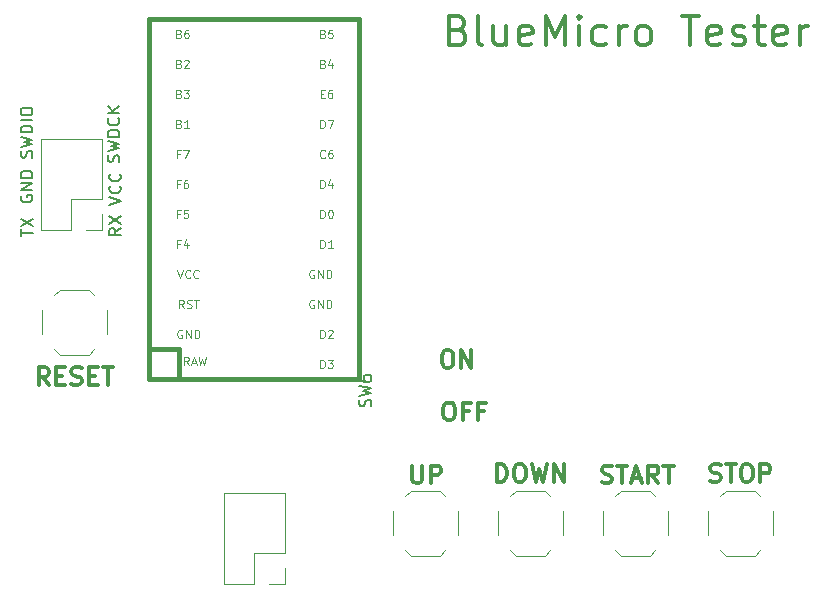
<source format=gbr>
G04 #@! TF.GenerationSoftware,KiCad,Pcbnew,(5.0.0)*
G04 #@! TF.CreationDate,2018-10-12T13:30:29-06:00*
G04 #@! TF.ProjectId,EByte_E73_tester,45427974655F4537335F746573746572,rev?*
G04 #@! TF.SameCoordinates,Original*
G04 #@! TF.FileFunction,Legend,Top*
G04 #@! TF.FilePolarity,Positive*
%FSLAX46Y46*%
G04 Gerber Fmt 4.6, Leading zero omitted, Abs format (unit mm)*
G04 Created by KiCad (PCBNEW (5.0.0)) date 10/12/18 13:30:29*
%MOMM*%
%LPD*%
G01*
G04 APERTURE LIST*
%ADD10C,0.300000*%
%ADD11C,0.150000*%
%ADD12C,0.381000*%
%ADD13C,0.120000*%
%ADD14C,0.100000*%
G04 APERTURE END LIST*
D10*
X98766428Y-111573571D02*
X99052142Y-111573571D01*
X99195000Y-111645000D01*
X99337857Y-111787857D01*
X99409285Y-112073571D01*
X99409285Y-112573571D01*
X99337857Y-112859285D01*
X99195000Y-113002142D01*
X99052142Y-113073571D01*
X98766428Y-113073571D01*
X98623571Y-113002142D01*
X98480714Y-112859285D01*
X98409285Y-112573571D01*
X98409285Y-112073571D01*
X98480714Y-111787857D01*
X98623571Y-111645000D01*
X98766428Y-111573571D01*
X100052142Y-113073571D02*
X100052142Y-111573571D01*
X100909285Y-113073571D01*
X100909285Y-111573571D01*
X98901428Y-116018571D02*
X99187142Y-116018571D01*
X99330000Y-116090000D01*
X99472857Y-116232857D01*
X99544285Y-116518571D01*
X99544285Y-117018571D01*
X99472857Y-117304285D01*
X99330000Y-117447142D01*
X99187142Y-117518571D01*
X98901428Y-117518571D01*
X98758571Y-117447142D01*
X98615714Y-117304285D01*
X98544285Y-117018571D01*
X98544285Y-116518571D01*
X98615714Y-116232857D01*
X98758571Y-116090000D01*
X98901428Y-116018571D01*
X100687142Y-116732857D02*
X100187142Y-116732857D01*
X100187142Y-117518571D02*
X100187142Y-116018571D01*
X100901428Y-116018571D01*
X101972857Y-116732857D02*
X101472857Y-116732857D01*
X101472857Y-117518571D02*
X101472857Y-116018571D01*
X102187142Y-116018571D01*
X99819809Y-84466928D02*
X100176952Y-84585976D01*
X100296000Y-84705023D01*
X100415047Y-84943119D01*
X100415047Y-85300261D01*
X100296000Y-85538357D01*
X100176952Y-85657404D01*
X99938857Y-85776452D01*
X98986476Y-85776452D01*
X98986476Y-83276452D01*
X99819809Y-83276452D01*
X100057904Y-83395500D01*
X100176952Y-83514547D01*
X100296000Y-83752642D01*
X100296000Y-83990738D01*
X100176952Y-84228833D01*
X100057904Y-84347880D01*
X99819809Y-84466928D01*
X98986476Y-84466928D01*
X101843619Y-85776452D02*
X101605523Y-85657404D01*
X101486476Y-85419309D01*
X101486476Y-83276452D01*
X103867428Y-84109785D02*
X103867428Y-85776452D01*
X102796000Y-84109785D02*
X102796000Y-85419309D01*
X102915047Y-85657404D01*
X103153142Y-85776452D01*
X103510285Y-85776452D01*
X103748380Y-85657404D01*
X103867428Y-85538357D01*
X106010285Y-85657404D02*
X105772190Y-85776452D01*
X105296000Y-85776452D01*
X105057904Y-85657404D01*
X104938857Y-85419309D01*
X104938857Y-84466928D01*
X105057904Y-84228833D01*
X105296000Y-84109785D01*
X105772190Y-84109785D01*
X106010285Y-84228833D01*
X106129333Y-84466928D01*
X106129333Y-84705023D01*
X104938857Y-84943119D01*
X107200761Y-85776452D02*
X107200761Y-83276452D01*
X108034095Y-85062166D01*
X108867428Y-83276452D01*
X108867428Y-85776452D01*
X110057904Y-85776452D02*
X110057904Y-84109785D01*
X110057904Y-83276452D02*
X109938857Y-83395500D01*
X110057904Y-83514547D01*
X110176952Y-83395500D01*
X110057904Y-83276452D01*
X110057904Y-83514547D01*
X112319809Y-85657404D02*
X112081714Y-85776452D01*
X111605523Y-85776452D01*
X111367428Y-85657404D01*
X111248380Y-85538357D01*
X111129333Y-85300261D01*
X111129333Y-84585976D01*
X111248380Y-84347880D01*
X111367428Y-84228833D01*
X111605523Y-84109785D01*
X112081714Y-84109785D01*
X112319809Y-84228833D01*
X113391238Y-85776452D02*
X113391238Y-84109785D01*
X113391238Y-84585976D02*
X113510285Y-84347880D01*
X113629333Y-84228833D01*
X113867428Y-84109785D01*
X114105523Y-84109785D01*
X115296000Y-85776452D02*
X115057904Y-85657404D01*
X114938857Y-85538357D01*
X114819809Y-85300261D01*
X114819809Y-84585976D01*
X114938857Y-84347880D01*
X115057904Y-84228833D01*
X115296000Y-84109785D01*
X115653142Y-84109785D01*
X115891238Y-84228833D01*
X116010285Y-84347880D01*
X116129333Y-84585976D01*
X116129333Y-85300261D01*
X116010285Y-85538357D01*
X115891238Y-85657404D01*
X115653142Y-85776452D01*
X115296000Y-85776452D01*
X118748380Y-83276452D02*
X120176952Y-83276452D01*
X119462666Y-85776452D02*
X119462666Y-83276452D01*
X121962666Y-85657404D02*
X121724571Y-85776452D01*
X121248380Y-85776452D01*
X121010285Y-85657404D01*
X120891238Y-85419309D01*
X120891238Y-84466928D01*
X121010285Y-84228833D01*
X121248380Y-84109785D01*
X121724571Y-84109785D01*
X121962666Y-84228833D01*
X122081714Y-84466928D01*
X122081714Y-84705023D01*
X120891238Y-84943119D01*
X123034095Y-85657404D02*
X123272190Y-85776452D01*
X123748380Y-85776452D01*
X123986476Y-85657404D01*
X124105523Y-85419309D01*
X124105523Y-85300261D01*
X123986476Y-85062166D01*
X123748380Y-84943119D01*
X123391238Y-84943119D01*
X123153142Y-84824071D01*
X123034095Y-84585976D01*
X123034095Y-84466928D01*
X123153142Y-84228833D01*
X123391238Y-84109785D01*
X123748380Y-84109785D01*
X123986476Y-84228833D01*
X124819809Y-84109785D02*
X125772190Y-84109785D01*
X125176952Y-83276452D02*
X125176952Y-85419309D01*
X125295999Y-85657404D01*
X125534095Y-85776452D01*
X125772190Y-85776452D01*
X127557904Y-85657404D02*
X127319809Y-85776452D01*
X126843619Y-85776452D01*
X126605523Y-85657404D01*
X126486476Y-85419309D01*
X126486476Y-84466928D01*
X126605523Y-84228833D01*
X126843619Y-84109785D01*
X127319809Y-84109785D01*
X127557904Y-84228833D01*
X127676952Y-84466928D01*
X127676952Y-84705023D01*
X126486476Y-84943119D01*
X128748380Y-85776452D02*
X128748380Y-84109785D01*
X128748380Y-84585976D02*
X128867428Y-84347880D01*
X128986476Y-84228833D01*
X129224571Y-84109785D01*
X129462666Y-84109785D01*
X95912928Y-121352571D02*
X95912928Y-122566857D01*
X95984357Y-122709714D01*
X96055785Y-122781142D01*
X96198642Y-122852571D01*
X96484357Y-122852571D01*
X96627214Y-122781142D01*
X96698642Y-122709714D01*
X96770071Y-122566857D01*
X96770071Y-121352571D01*
X97484357Y-122852571D02*
X97484357Y-121352571D01*
X98055785Y-121352571D01*
X98198642Y-121424000D01*
X98270071Y-121495428D01*
X98341500Y-121638285D01*
X98341500Y-121852571D01*
X98270071Y-121995428D01*
X98198642Y-122066857D01*
X98055785Y-122138285D01*
X97484357Y-122138285D01*
X103096571Y-122725571D02*
X103096571Y-121225571D01*
X103453714Y-121225571D01*
X103668000Y-121297000D01*
X103810857Y-121439857D01*
X103882285Y-121582714D01*
X103953714Y-121868428D01*
X103953714Y-122082714D01*
X103882285Y-122368428D01*
X103810857Y-122511285D01*
X103668000Y-122654142D01*
X103453714Y-122725571D01*
X103096571Y-122725571D01*
X104882285Y-121225571D02*
X105168000Y-121225571D01*
X105310857Y-121297000D01*
X105453714Y-121439857D01*
X105525142Y-121725571D01*
X105525142Y-122225571D01*
X105453714Y-122511285D01*
X105310857Y-122654142D01*
X105168000Y-122725571D01*
X104882285Y-122725571D01*
X104739428Y-122654142D01*
X104596571Y-122511285D01*
X104525142Y-122225571D01*
X104525142Y-121725571D01*
X104596571Y-121439857D01*
X104739428Y-121297000D01*
X104882285Y-121225571D01*
X106025142Y-121225571D02*
X106382285Y-122725571D01*
X106668000Y-121654142D01*
X106953714Y-122725571D01*
X107310857Y-121225571D01*
X107882285Y-122725571D02*
X107882285Y-121225571D01*
X108739428Y-122725571D01*
X108739428Y-121225571D01*
X111970714Y-122781142D02*
X112185000Y-122852571D01*
X112542142Y-122852571D01*
X112685000Y-122781142D01*
X112756428Y-122709714D01*
X112827857Y-122566857D01*
X112827857Y-122424000D01*
X112756428Y-122281142D01*
X112685000Y-122209714D01*
X112542142Y-122138285D01*
X112256428Y-122066857D01*
X112113571Y-121995428D01*
X112042142Y-121924000D01*
X111970714Y-121781142D01*
X111970714Y-121638285D01*
X112042142Y-121495428D01*
X112113571Y-121424000D01*
X112256428Y-121352571D01*
X112613571Y-121352571D01*
X112827857Y-121424000D01*
X113256428Y-121352571D02*
X114113571Y-121352571D01*
X113685000Y-122852571D02*
X113685000Y-121352571D01*
X114542142Y-122424000D02*
X115256428Y-122424000D01*
X114399285Y-122852571D02*
X114899285Y-121352571D01*
X115399285Y-122852571D01*
X116756428Y-122852571D02*
X116256428Y-122138285D01*
X115899285Y-122852571D02*
X115899285Y-121352571D01*
X116470714Y-121352571D01*
X116613571Y-121424000D01*
X116685000Y-121495428D01*
X116756428Y-121638285D01*
X116756428Y-121852571D01*
X116685000Y-121995428D01*
X116613571Y-122066857D01*
X116470714Y-122138285D01*
X115899285Y-122138285D01*
X117185000Y-121352571D02*
X118042142Y-121352571D01*
X117613571Y-122852571D02*
X117613571Y-121352571D01*
X121162285Y-122654142D02*
X121376571Y-122725571D01*
X121733714Y-122725571D01*
X121876571Y-122654142D01*
X121948000Y-122582714D01*
X122019428Y-122439857D01*
X122019428Y-122297000D01*
X121948000Y-122154142D01*
X121876571Y-122082714D01*
X121733714Y-122011285D01*
X121448000Y-121939857D01*
X121305142Y-121868428D01*
X121233714Y-121797000D01*
X121162285Y-121654142D01*
X121162285Y-121511285D01*
X121233714Y-121368428D01*
X121305142Y-121297000D01*
X121448000Y-121225571D01*
X121805142Y-121225571D01*
X122019428Y-121297000D01*
X122448000Y-121225571D02*
X123305142Y-121225571D01*
X122876571Y-122725571D02*
X122876571Y-121225571D01*
X124090857Y-121225571D02*
X124376571Y-121225571D01*
X124519428Y-121297000D01*
X124662285Y-121439857D01*
X124733714Y-121725571D01*
X124733714Y-122225571D01*
X124662285Y-122511285D01*
X124519428Y-122654142D01*
X124376571Y-122725571D01*
X124090857Y-122725571D01*
X123948000Y-122654142D01*
X123805142Y-122511285D01*
X123733714Y-122225571D01*
X123733714Y-121725571D01*
X123805142Y-121439857D01*
X123948000Y-121297000D01*
X124090857Y-121225571D01*
X125376571Y-122725571D02*
X125376571Y-121225571D01*
X125948000Y-121225571D01*
X126090857Y-121297000D01*
X126162285Y-121368428D01*
X126233714Y-121511285D01*
X126233714Y-121725571D01*
X126162285Y-121868428D01*
X126090857Y-121939857D01*
X125948000Y-122011285D01*
X125376571Y-122011285D01*
X65131428Y-114534071D02*
X64631428Y-113819785D01*
X64274285Y-114534071D02*
X64274285Y-113034071D01*
X64845714Y-113034071D01*
X64988571Y-113105500D01*
X65060000Y-113176928D01*
X65131428Y-113319785D01*
X65131428Y-113534071D01*
X65060000Y-113676928D01*
X64988571Y-113748357D01*
X64845714Y-113819785D01*
X64274285Y-113819785D01*
X65774285Y-113748357D02*
X66274285Y-113748357D01*
X66488571Y-114534071D02*
X65774285Y-114534071D01*
X65774285Y-113034071D01*
X66488571Y-113034071D01*
X67060000Y-114462642D02*
X67274285Y-114534071D01*
X67631428Y-114534071D01*
X67774285Y-114462642D01*
X67845714Y-114391214D01*
X67917142Y-114248357D01*
X67917142Y-114105500D01*
X67845714Y-113962642D01*
X67774285Y-113891214D01*
X67631428Y-113819785D01*
X67345714Y-113748357D01*
X67202857Y-113676928D01*
X67131428Y-113605500D01*
X67060000Y-113462642D01*
X67060000Y-113319785D01*
X67131428Y-113176928D01*
X67202857Y-113105500D01*
X67345714Y-113034071D01*
X67702857Y-113034071D01*
X67917142Y-113105500D01*
X68560000Y-113748357D02*
X69060000Y-113748357D01*
X69274285Y-114534071D02*
X68560000Y-114534071D01*
X68560000Y-113034071D01*
X69274285Y-113034071D01*
X69702857Y-113034071D02*
X70560000Y-113034071D01*
X70131428Y-114534071D02*
X70131428Y-113034071D01*
D11*
X62825380Y-101917404D02*
X62825380Y-101345976D01*
X63825380Y-101631690D02*
X62825380Y-101631690D01*
X62825380Y-101107880D02*
X63825380Y-100441214D01*
X62825380Y-100441214D02*
X63825380Y-101107880D01*
X71254880Y-101258666D02*
X70778690Y-101592000D01*
X71254880Y-101830095D02*
X70254880Y-101830095D01*
X70254880Y-101449142D01*
X70302500Y-101353904D01*
X70350119Y-101306285D01*
X70445357Y-101258666D01*
X70588214Y-101258666D01*
X70683452Y-101306285D01*
X70731071Y-101353904D01*
X70778690Y-101449142D01*
X70778690Y-101830095D01*
X70254880Y-100925333D02*
X71254880Y-100258666D01*
X70254880Y-100258666D02*
X71254880Y-100925333D01*
X71080261Y-95638642D02*
X71127880Y-95495785D01*
X71127880Y-95257690D01*
X71080261Y-95162452D01*
X71032642Y-95114833D01*
X70937404Y-95067214D01*
X70842166Y-95067214D01*
X70746928Y-95114833D01*
X70699309Y-95162452D01*
X70651690Y-95257690D01*
X70604071Y-95448166D01*
X70556452Y-95543404D01*
X70508833Y-95591023D01*
X70413595Y-95638642D01*
X70318357Y-95638642D01*
X70223119Y-95591023D01*
X70175500Y-95543404D01*
X70127880Y-95448166D01*
X70127880Y-95210071D01*
X70175500Y-95067214D01*
X70127880Y-94733880D02*
X71127880Y-94495785D01*
X70413595Y-94305309D01*
X71127880Y-94114833D01*
X70127880Y-93876738D01*
X71127880Y-93495785D02*
X70127880Y-93495785D01*
X70127880Y-93257690D01*
X70175500Y-93114833D01*
X70270738Y-93019595D01*
X70365976Y-92971976D01*
X70556452Y-92924357D01*
X70699309Y-92924357D01*
X70889785Y-92971976D01*
X70985023Y-93019595D01*
X71080261Y-93114833D01*
X71127880Y-93257690D01*
X71127880Y-93495785D01*
X71032642Y-91924357D02*
X71080261Y-91971976D01*
X71127880Y-92114833D01*
X71127880Y-92210071D01*
X71080261Y-92352928D01*
X70985023Y-92448166D01*
X70889785Y-92495785D01*
X70699309Y-92543404D01*
X70556452Y-92543404D01*
X70365976Y-92495785D01*
X70270738Y-92448166D01*
X70175500Y-92352928D01*
X70127880Y-92210071D01*
X70127880Y-92114833D01*
X70175500Y-91971976D01*
X70223119Y-91924357D01*
X71127880Y-91495785D02*
X70127880Y-91495785D01*
X71127880Y-90924357D02*
X70556452Y-91352928D01*
X70127880Y-90924357D02*
X70699309Y-91495785D01*
X63714261Y-95273547D02*
X63761880Y-95130690D01*
X63761880Y-94892595D01*
X63714261Y-94797357D01*
X63666642Y-94749738D01*
X63571404Y-94702119D01*
X63476166Y-94702119D01*
X63380928Y-94749738D01*
X63333309Y-94797357D01*
X63285690Y-94892595D01*
X63238071Y-95083071D01*
X63190452Y-95178309D01*
X63142833Y-95225928D01*
X63047595Y-95273547D01*
X62952357Y-95273547D01*
X62857119Y-95225928D01*
X62809500Y-95178309D01*
X62761880Y-95083071D01*
X62761880Y-94844976D01*
X62809500Y-94702119D01*
X62761880Y-94368785D02*
X63761880Y-94130690D01*
X63047595Y-93940214D01*
X63761880Y-93749738D01*
X62761880Y-93511642D01*
X63761880Y-93130690D02*
X62761880Y-93130690D01*
X62761880Y-92892595D01*
X62809500Y-92749738D01*
X62904738Y-92654500D01*
X62999976Y-92606880D01*
X63190452Y-92559261D01*
X63333309Y-92559261D01*
X63523785Y-92606880D01*
X63619023Y-92654500D01*
X63714261Y-92749738D01*
X63761880Y-92892595D01*
X63761880Y-93130690D01*
X63761880Y-92130690D02*
X62761880Y-92130690D01*
X62761880Y-91464023D02*
X62761880Y-91273547D01*
X62809500Y-91178309D01*
X62904738Y-91083071D01*
X63095214Y-91035452D01*
X63428547Y-91035452D01*
X63619023Y-91083071D01*
X63714261Y-91178309D01*
X63761880Y-91273547D01*
X63761880Y-91464023D01*
X63714261Y-91559261D01*
X63619023Y-91654500D01*
X63428547Y-91702119D01*
X63095214Y-91702119D01*
X62904738Y-91654500D01*
X62809500Y-91559261D01*
X62761880Y-91464023D01*
X62809500Y-98488404D02*
X62761880Y-98583642D01*
X62761880Y-98726500D01*
X62809500Y-98869357D01*
X62904738Y-98964595D01*
X62999976Y-99012214D01*
X63190452Y-99059833D01*
X63333309Y-99059833D01*
X63523785Y-99012214D01*
X63619023Y-98964595D01*
X63714261Y-98869357D01*
X63761880Y-98726500D01*
X63761880Y-98631261D01*
X63714261Y-98488404D01*
X63666642Y-98440785D01*
X63333309Y-98440785D01*
X63333309Y-98631261D01*
X63761880Y-98012214D02*
X62761880Y-98012214D01*
X63761880Y-97440785D01*
X62761880Y-97440785D01*
X63761880Y-96964595D02*
X62761880Y-96964595D01*
X62761880Y-96726500D01*
X62809500Y-96583642D01*
X62904738Y-96488404D01*
X62999976Y-96440785D01*
X63190452Y-96393166D01*
X63333309Y-96393166D01*
X63523785Y-96440785D01*
X63619023Y-96488404D01*
X63714261Y-96583642D01*
X63761880Y-96726500D01*
X63761880Y-96964595D01*
X70254880Y-99250333D02*
X71254880Y-98917000D01*
X70254880Y-98583666D01*
X71159642Y-97678904D02*
X71207261Y-97726523D01*
X71254880Y-97869380D01*
X71254880Y-97964619D01*
X71207261Y-98107476D01*
X71112023Y-98202714D01*
X71016785Y-98250333D01*
X70826309Y-98297952D01*
X70683452Y-98297952D01*
X70492976Y-98250333D01*
X70397738Y-98202714D01*
X70302500Y-98107476D01*
X70254880Y-97964619D01*
X70254880Y-97869380D01*
X70302500Y-97726523D01*
X70350119Y-97678904D01*
X71159642Y-96678904D02*
X71207261Y-96726523D01*
X71254880Y-96869380D01*
X71254880Y-96964619D01*
X71207261Y-97107476D01*
X71112023Y-97202714D01*
X71016785Y-97250333D01*
X70826309Y-97297952D01*
X70683452Y-97297952D01*
X70492976Y-97250333D01*
X70397738Y-97202714D01*
X70302500Y-97107476D01*
X70254880Y-96964619D01*
X70254880Y-96869380D01*
X70302500Y-96726523D01*
X70350119Y-96678904D01*
D12*
G04 #@! TO.C,U2*
X76200000Y-111506000D02*
X73660000Y-111506000D01*
X76200000Y-114046000D02*
X76200000Y-111506000D01*
X91440000Y-83566000D02*
X91440000Y-114046000D01*
X73660000Y-83566000D02*
X91440000Y-83566000D01*
X73660000Y-114046000D02*
X73660000Y-83566000D01*
X91440000Y-114046000D02*
X73660000Y-114046000D01*
D13*
G04 #@! TO.C,J1*
X69656000Y-93666000D02*
X64456000Y-93666000D01*
X69656000Y-98806000D02*
X69656000Y-93666000D01*
X64456000Y-101406000D02*
X64456000Y-93666000D01*
X69656000Y-98806000D02*
X67056000Y-98806000D01*
X67056000Y-98806000D02*
X67056000Y-101406000D01*
X67056000Y-101406000D02*
X64456000Y-101406000D01*
X69656000Y-100076000D02*
X69656000Y-101406000D01*
X69656000Y-101406000D02*
X68326000Y-101406000D01*
G04 #@! TO.C,J2*
X85150000Y-123638000D02*
X79950000Y-123638000D01*
X85150000Y-128778000D02*
X85150000Y-123638000D01*
X79950000Y-131378000D02*
X79950000Y-123638000D01*
X85150000Y-128778000D02*
X82550000Y-128778000D01*
X82550000Y-128778000D02*
X82550000Y-131378000D01*
X82550000Y-131378000D02*
X79950000Y-131378000D01*
X85150000Y-130048000D02*
X85150000Y-131378000D01*
X85150000Y-131378000D02*
X83820000Y-131378000D01*
G04 #@! TO.C,SW2*
X65610000Y-111520000D02*
X66060000Y-111970000D01*
X69010000Y-111520000D02*
X68560000Y-111970000D01*
X69010000Y-106920000D02*
X68560000Y-106470000D01*
X65610000Y-106920000D02*
X66060000Y-106470000D01*
X70060000Y-108220000D02*
X70060000Y-110220000D01*
X66060000Y-111970000D02*
X68560000Y-111970000D01*
X64560000Y-108220000D02*
X64560000Y-110220000D01*
X66060000Y-106470000D02*
X68560000Y-106470000D01*
G04 #@! TO.C,SW1*
X95778000Y-123488000D02*
X98278000Y-123488000D01*
X94278000Y-125238000D02*
X94278000Y-127238000D01*
X95778000Y-128988000D02*
X98278000Y-128988000D01*
X99778000Y-125238000D02*
X99778000Y-127238000D01*
X95328000Y-123938000D02*
X95778000Y-123488000D01*
X98728000Y-123938000D02*
X98278000Y-123488000D01*
X98728000Y-128538000D02*
X98278000Y-128988000D01*
X95328000Y-128538000D02*
X95778000Y-128988000D01*
G04 #@! TO.C,SW3*
X104218000Y-128538000D02*
X104668000Y-128988000D01*
X107618000Y-128538000D02*
X107168000Y-128988000D01*
X107618000Y-123938000D02*
X107168000Y-123488000D01*
X104218000Y-123938000D02*
X104668000Y-123488000D01*
X108668000Y-125238000D02*
X108668000Y-127238000D01*
X104668000Y-128988000D02*
X107168000Y-128988000D01*
X103168000Y-125238000D02*
X103168000Y-127238000D01*
X104668000Y-123488000D02*
X107168000Y-123488000D01*
G04 #@! TO.C,SW4*
X122448000Y-123488000D02*
X124948000Y-123488000D01*
X120948000Y-125238000D02*
X120948000Y-127238000D01*
X122448000Y-128988000D02*
X124948000Y-128988000D01*
X126448000Y-125238000D02*
X126448000Y-127238000D01*
X121998000Y-123938000D02*
X122448000Y-123488000D01*
X125398000Y-123938000D02*
X124948000Y-123488000D01*
X125398000Y-128538000D02*
X124948000Y-128988000D01*
X121998000Y-128538000D02*
X122448000Y-128988000D01*
G04 #@! TO.C,SW5*
X113108000Y-128538000D02*
X113558000Y-128988000D01*
X116508000Y-128538000D02*
X116058000Y-128988000D01*
X116508000Y-123938000D02*
X116058000Y-123488000D01*
X113108000Y-123938000D02*
X113558000Y-123488000D01*
X117558000Y-125238000D02*
X117558000Y-127238000D01*
X113558000Y-128988000D02*
X116058000Y-128988000D01*
X112058000Y-125238000D02*
X112058000Y-127238000D01*
X113558000Y-123488000D02*
X116058000Y-123488000D01*
G04 #@! TO.C,U2*
D14*
X76986666Y-112838666D02*
X76753333Y-112505333D01*
X76586666Y-112838666D02*
X76586666Y-112138666D01*
X76853333Y-112138666D01*
X76920000Y-112172000D01*
X76953333Y-112205333D01*
X76986666Y-112272000D01*
X76986666Y-112372000D01*
X76953333Y-112438666D01*
X76920000Y-112472000D01*
X76853333Y-112505333D01*
X76586666Y-112505333D01*
X77253333Y-112638666D02*
X77586666Y-112638666D01*
X77186666Y-112838666D02*
X77420000Y-112138666D01*
X77653333Y-112838666D01*
X77820000Y-112138666D02*
X77986666Y-112838666D01*
X78120000Y-112338666D01*
X78253333Y-112838666D01*
X78420000Y-112138666D01*
X76428666Y-109886000D02*
X76362000Y-109852666D01*
X76262000Y-109852666D01*
X76162000Y-109886000D01*
X76095333Y-109952666D01*
X76062000Y-110019333D01*
X76028666Y-110152666D01*
X76028666Y-110252666D01*
X76062000Y-110386000D01*
X76095333Y-110452666D01*
X76162000Y-110519333D01*
X76262000Y-110552666D01*
X76328666Y-110552666D01*
X76428666Y-110519333D01*
X76462000Y-110486000D01*
X76462000Y-110252666D01*
X76328666Y-110252666D01*
X76762000Y-110552666D02*
X76762000Y-109852666D01*
X77162000Y-110552666D01*
X77162000Y-109852666D01*
X77495333Y-110552666D02*
X77495333Y-109852666D01*
X77662000Y-109852666D01*
X77762000Y-109886000D01*
X77828666Y-109952666D01*
X77862000Y-110019333D01*
X77895333Y-110152666D01*
X77895333Y-110252666D01*
X77862000Y-110386000D01*
X77828666Y-110452666D01*
X77762000Y-110519333D01*
X77662000Y-110552666D01*
X77495333Y-110552666D01*
X76578666Y-108012666D02*
X76345333Y-107679333D01*
X76178666Y-108012666D02*
X76178666Y-107312666D01*
X76445333Y-107312666D01*
X76512000Y-107346000D01*
X76545333Y-107379333D01*
X76578666Y-107446000D01*
X76578666Y-107546000D01*
X76545333Y-107612666D01*
X76512000Y-107646000D01*
X76445333Y-107679333D01*
X76178666Y-107679333D01*
X76845333Y-107979333D02*
X76945333Y-108012666D01*
X77112000Y-108012666D01*
X77178666Y-107979333D01*
X77212000Y-107946000D01*
X77245333Y-107879333D01*
X77245333Y-107812666D01*
X77212000Y-107746000D01*
X77178666Y-107712666D01*
X77112000Y-107679333D01*
X76978666Y-107646000D01*
X76912000Y-107612666D01*
X76878666Y-107579333D01*
X76845333Y-107512666D01*
X76845333Y-107446000D01*
X76878666Y-107379333D01*
X76912000Y-107346000D01*
X76978666Y-107312666D01*
X77145333Y-107312666D01*
X77245333Y-107346000D01*
X77445333Y-107312666D02*
X77845333Y-107312666D01*
X77645333Y-108012666D02*
X77645333Y-107312666D01*
X76028666Y-104772666D02*
X76262000Y-105472666D01*
X76495333Y-104772666D01*
X77128666Y-105406000D02*
X77095333Y-105439333D01*
X76995333Y-105472666D01*
X76928666Y-105472666D01*
X76828666Y-105439333D01*
X76762000Y-105372666D01*
X76728666Y-105306000D01*
X76695333Y-105172666D01*
X76695333Y-105072666D01*
X76728666Y-104939333D01*
X76762000Y-104872666D01*
X76828666Y-104806000D01*
X76928666Y-104772666D01*
X76995333Y-104772666D01*
X77095333Y-104806000D01*
X77128666Y-104839333D01*
X77828666Y-105406000D02*
X77795333Y-105439333D01*
X77695333Y-105472666D01*
X77628666Y-105472666D01*
X77528666Y-105439333D01*
X77462000Y-105372666D01*
X77428666Y-105306000D01*
X77395333Y-105172666D01*
X77395333Y-105072666D01*
X77428666Y-104939333D01*
X77462000Y-104872666D01*
X77528666Y-104806000D01*
X77628666Y-104772666D01*
X77695333Y-104772666D01*
X77795333Y-104806000D01*
X77828666Y-104839333D01*
X76220666Y-102566000D02*
X75987333Y-102566000D01*
X75987333Y-102932666D02*
X75987333Y-102232666D01*
X76320666Y-102232666D01*
X76887333Y-102466000D02*
X76887333Y-102932666D01*
X76720666Y-102199333D02*
X76554000Y-102699333D01*
X76987333Y-102699333D01*
X76220666Y-100026000D02*
X75987333Y-100026000D01*
X75987333Y-100392666D02*
X75987333Y-99692666D01*
X76320666Y-99692666D01*
X76920666Y-99692666D02*
X76587333Y-99692666D01*
X76554000Y-100026000D01*
X76587333Y-99992666D01*
X76654000Y-99959333D01*
X76820666Y-99959333D01*
X76887333Y-99992666D01*
X76920666Y-100026000D01*
X76954000Y-100092666D01*
X76954000Y-100259333D01*
X76920666Y-100326000D01*
X76887333Y-100359333D01*
X76820666Y-100392666D01*
X76654000Y-100392666D01*
X76587333Y-100359333D01*
X76554000Y-100326000D01*
X76220666Y-94946000D02*
X75987333Y-94946000D01*
X75987333Y-95312666D02*
X75987333Y-94612666D01*
X76320666Y-94612666D01*
X76520666Y-94612666D02*
X76987333Y-94612666D01*
X76687333Y-95312666D01*
X76220666Y-97486000D02*
X75987333Y-97486000D01*
X75987333Y-97852666D02*
X75987333Y-97152666D01*
X76320666Y-97152666D01*
X76887333Y-97152666D02*
X76754000Y-97152666D01*
X76687333Y-97186000D01*
X76654000Y-97219333D01*
X76587333Y-97319333D01*
X76554000Y-97452666D01*
X76554000Y-97719333D01*
X76587333Y-97786000D01*
X76620666Y-97819333D01*
X76687333Y-97852666D01*
X76820666Y-97852666D01*
X76887333Y-97819333D01*
X76920666Y-97786000D01*
X76954000Y-97719333D01*
X76954000Y-97552666D01*
X76920666Y-97486000D01*
X76887333Y-97452666D01*
X76820666Y-97419333D01*
X76687333Y-97419333D01*
X76620666Y-97452666D01*
X76587333Y-97486000D01*
X76554000Y-97552666D01*
X76170666Y-92406000D02*
X76270666Y-92439333D01*
X76304000Y-92472666D01*
X76337333Y-92539333D01*
X76337333Y-92639333D01*
X76304000Y-92706000D01*
X76270666Y-92739333D01*
X76204000Y-92772666D01*
X75937333Y-92772666D01*
X75937333Y-92072666D01*
X76170666Y-92072666D01*
X76237333Y-92106000D01*
X76270666Y-92139333D01*
X76304000Y-92206000D01*
X76304000Y-92272666D01*
X76270666Y-92339333D01*
X76237333Y-92372666D01*
X76170666Y-92406000D01*
X75937333Y-92406000D01*
X77004000Y-92772666D02*
X76604000Y-92772666D01*
X76804000Y-92772666D02*
X76804000Y-92072666D01*
X76737333Y-92172666D01*
X76670666Y-92239333D01*
X76604000Y-92272666D01*
X76170666Y-89866000D02*
X76270666Y-89899333D01*
X76304000Y-89932666D01*
X76337333Y-89999333D01*
X76337333Y-90099333D01*
X76304000Y-90166000D01*
X76270666Y-90199333D01*
X76204000Y-90232666D01*
X75937333Y-90232666D01*
X75937333Y-89532666D01*
X76170666Y-89532666D01*
X76237333Y-89566000D01*
X76270666Y-89599333D01*
X76304000Y-89666000D01*
X76304000Y-89732666D01*
X76270666Y-89799333D01*
X76237333Y-89832666D01*
X76170666Y-89866000D01*
X75937333Y-89866000D01*
X76570666Y-89532666D02*
X77004000Y-89532666D01*
X76770666Y-89799333D01*
X76870666Y-89799333D01*
X76937333Y-89832666D01*
X76970666Y-89866000D01*
X77004000Y-89932666D01*
X77004000Y-90099333D01*
X76970666Y-90166000D01*
X76937333Y-90199333D01*
X76870666Y-90232666D01*
X76670666Y-90232666D01*
X76604000Y-90199333D01*
X76570666Y-90166000D01*
X76170666Y-87326000D02*
X76270666Y-87359333D01*
X76304000Y-87392666D01*
X76337333Y-87459333D01*
X76337333Y-87559333D01*
X76304000Y-87626000D01*
X76270666Y-87659333D01*
X76204000Y-87692666D01*
X75937333Y-87692666D01*
X75937333Y-86992666D01*
X76170666Y-86992666D01*
X76237333Y-87026000D01*
X76270666Y-87059333D01*
X76304000Y-87126000D01*
X76304000Y-87192666D01*
X76270666Y-87259333D01*
X76237333Y-87292666D01*
X76170666Y-87326000D01*
X75937333Y-87326000D01*
X76604000Y-87059333D02*
X76637333Y-87026000D01*
X76704000Y-86992666D01*
X76870666Y-86992666D01*
X76937333Y-87026000D01*
X76970666Y-87059333D01*
X77004000Y-87126000D01*
X77004000Y-87192666D01*
X76970666Y-87292666D01*
X76570666Y-87692666D01*
X77004000Y-87692666D01*
X76170666Y-84786000D02*
X76270666Y-84819333D01*
X76304000Y-84852666D01*
X76337333Y-84919333D01*
X76337333Y-85019333D01*
X76304000Y-85086000D01*
X76270666Y-85119333D01*
X76204000Y-85152666D01*
X75937333Y-85152666D01*
X75937333Y-84452666D01*
X76170666Y-84452666D01*
X76237333Y-84486000D01*
X76270666Y-84519333D01*
X76304000Y-84586000D01*
X76304000Y-84652666D01*
X76270666Y-84719333D01*
X76237333Y-84752666D01*
X76170666Y-84786000D01*
X75937333Y-84786000D01*
X76937333Y-84452666D02*
X76804000Y-84452666D01*
X76737333Y-84486000D01*
X76704000Y-84519333D01*
X76637333Y-84619333D01*
X76604000Y-84752666D01*
X76604000Y-85019333D01*
X76637333Y-85086000D01*
X76670666Y-85119333D01*
X76737333Y-85152666D01*
X76870666Y-85152666D01*
X76937333Y-85119333D01*
X76970666Y-85086000D01*
X77004000Y-85019333D01*
X77004000Y-84852666D01*
X76970666Y-84786000D01*
X76937333Y-84752666D01*
X76870666Y-84719333D01*
X76737333Y-84719333D01*
X76670666Y-84752666D01*
X76637333Y-84786000D01*
X76604000Y-84852666D01*
X88129333Y-113092666D02*
X88129333Y-112392666D01*
X88296000Y-112392666D01*
X88396000Y-112426000D01*
X88462666Y-112492666D01*
X88496000Y-112559333D01*
X88529333Y-112692666D01*
X88529333Y-112792666D01*
X88496000Y-112926000D01*
X88462666Y-112992666D01*
X88396000Y-113059333D01*
X88296000Y-113092666D01*
X88129333Y-113092666D01*
X88762666Y-112392666D02*
X89196000Y-112392666D01*
X88962666Y-112659333D01*
X89062666Y-112659333D01*
X89129333Y-112692666D01*
X89162666Y-112726000D01*
X89196000Y-112792666D01*
X89196000Y-112959333D01*
X89162666Y-113026000D01*
X89129333Y-113059333D01*
X89062666Y-113092666D01*
X88862666Y-113092666D01*
X88796000Y-113059333D01*
X88762666Y-113026000D01*
X88129333Y-110552666D02*
X88129333Y-109852666D01*
X88296000Y-109852666D01*
X88396000Y-109886000D01*
X88462666Y-109952666D01*
X88496000Y-110019333D01*
X88529333Y-110152666D01*
X88529333Y-110252666D01*
X88496000Y-110386000D01*
X88462666Y-110452666D01*
X88396000Y-110519333D01*
X88296000Y-110552666D01*
X88129333Y-110552666D01*
X88796000Y-109919333D02*
X88829333Y-109886000D01*
X88896000Y-109852666D01*
X89062666Y-109852666D01*
X89129333Y-109886000D01*
X89162666Y-109919333D01*
X89196000Y-109986000D01*
X89196000Y-110052666D01*
X89162666Y-110152666D01*
X88762666Y-110552666D01*
X89196000Y-110552666D01*
X87604666Y-107346000D02*
X87538000Y-107312666D01*
X87438000Y-107312666D01*
X87338000Y-107346000D01*
X87271333Y-107412666D01*
X87238000Y-107479333D01*
X87204666Y-107612666D01*
X87204666Y-107712666D01*
X87238000Y-107846000D01*
X87271333Y-107912666D01*
X87338000Y-107979333D01*
X87438000Y-108012666D01*
X87504666Y-108012666D01*
X87604666Y-107979333D01*
X87638000Y-107946000D01*
X87638000Y-107712666D01*
X87504666Y-107712666D01*
X87938000Y-108012666D02*
X87938000Y-107312666D01*
X88338000Y-108012666D01*
X88338000Y-107312666D01*
X88671333Y-108012666D02*
X88671333Y-107312666D01*
X88838000Y-107312666D01*
X88938000Y-107346000D01*
X89004666Y-107412666D01*
X89038000Y-107479333D01*
X89071333Y-107612666D01*
X89071333Y-107712666D01*
X89038000Y-107846000D01*
X89004666Y-107912666D01*
X88938000Y-107979333D01*
X88838000Y-108012666D01*
X88671333Y-108012666D01*
X87604666Y-104806000D02*
X87538000Y-104772666D01*
X87438000Y-104772666D01*
X87338000Y-104806000D01*
X87271333Y-104872666D01*
X87238000Y-104939333D01*
X87204666Y-105072666D01*
X87204666Y-105172666D01*
X87238000Y-105306000D01*
X87271333Y-105372666D01*
X87338000Y-105439333D01*
X87438000Y-105472666D01*
X87504666Y-105472666D01*
X87604666Y-105439333D01*
X87638000Y-105406000D01*
X87638000Y-105172666D01*
X87504666Y-105172666D01*
X87938000Y-105472666D02*
X87938000Y-104772666D01*
X88338000Y-105472666D01*
X88338000Y-104772666D01*
X88671333Y-105472666D02*
X88671333Y-104772666D01*
X88838000Y-104772666D01*
X88938000Y-104806000D01*
X89004666Y-104872666D01*
X89038000Y-104939333D01*
X89071333Y-105072666D01*
X89071333Y-105172666D01*
X89038000Y-105306000D01*
X89004666Y-105372666D01*
X88938000Y-105439333D01*
X88838000Y-105472666D01*
X88671333Y-105472666D01*
X88129333Y-102932666D02*
X88129333Y-102232666D01*
X88296000Y-102232666D01*
X88396000Y-102266000D01*
X88462666Y-102332666D01*
X88496000Y-102399333D01*
X88529333Y-102532666D01*
X88529333Y-102632666D01*
X88496000Y-102766000D01*
X88462666Y-102832666D01*
X88396000Y-102899333D01*
X88296000Y-102932666D01*
X88129333Y-102932666D01*
X89196000Y-102932666D02*
X88796000Y-102932666D01*
X88996000Y-102932666D02*
X88996000Y-102232666D01*
X88929333Y-102332666D01*
X88862666Y-102399333D01*
X88796000Y-102432666D01*
X88129333Y-100392666D02*
X88129333Y-99692666D01*
X88296000Y-99692666D01*
X88396000Y-99726000D01*
X88462666Y-99792666D01*
X88496000Y-99859333D01*
X88529333Y-99992666D01*
X88529333Y-100092666D01*
X88496000Y-100226000D01*
X88462666Y-100292666D01*
X88396000Y-100359333D01*
X88296000Y-100392666D01*
X88129333Y-100392666D01*
X88962666Y-99692666D02*
X89029333Y-99692666D01*
X89096000Y-99726000D01*
X89129333Y-99759333D01*
X89162666Y-99826000D01*
X89196000Y-99959333D01*
X89196000Y-100126000D01*
X89162666Y-100259333D01*
X89129333Y-100326000D01*
X89096000Y-100359333D01*
X89029333Y-100392666D01*
X88962666Y-100392666D01*
X88896000Y-100359333D01*
X88862666Y-100326000D01*
X88829333Y-100259333D01*
X88796000Y-100126000D01*
X88796000Y-99959333D01*
X88829333Y-99826000D01*
X88862666Y-99759333D01*
X88896000Y-99726000D01*
X88962666Y-99692666D01*
X88129333Y-97852666D02*
X88129333Y-97152666D01*
X88296000Y-97152666D01*
X88396000Y-97186000D01*
X88462666Y-97252666D01*
X88496000Y-97319333D01*
X88529333Y-97452666D01*
X88529333Y-97552666D01*
X88496000Y-97686000D01*
X88462666Y-97752666D01*
X88396000Y-97819333D01*
X88296000Y-97852666D01*
X88129333Y-97852666D01*
X89129333Y-97386000D02*
X89129333Y-97852666D01*
X88962666Y-97119333D02*
X88796000Y-97619333D01*
X89229333Y-97619333D01*
X88529333Y-95246000D02*
X88496000Y-95279333D01*
X88396000Y-95312666D01*
X88329333Y-95312666D01*
X88229333Y-95279333D01*
X88162666Y-95212666D01*
X88129333Y-95146000D01*
X88096000Y-95012666D01*
X88096000Y-94912666D01*
X88129333Y-94779333D01*
X88162666Y-94712666D01*
X88229333Y-94646000D01*
X88329333Y-94612666D01*
X88396000Y-94612666D01*
X88496000Y-94646000D01*
X88529333Y-94679333D01*
X89129333Y-94612666D02*
X88996000Y-94612666D01*
X88929333Y-94646000D01*
X88896000Y-94679333D01*
X88829333Y-94779333D01*
X88796000Y-94912666D01*
X88796000Y-95179333D01*
X88829333Y-95246000D01*
X88862666Y-95279333D01*
X88929333Y-95312666D01*
X89062666Y-95312666D01*
X89129333Y-95279333D01*
X89162666Y-95246000D01*
X89196000Y-95179333D01*
X89196000Y-95012666D01*
X89162666Y-94946000D01*
X89129333Y-94912666D01*
X89062666Y-94879333D01*
X88929333Y-94879333D01*
X88862666Y-94912666D01*
X88829333Y-94946000D01*
X88796000Y-95012666D01*
X88129333Y-92772666D02*
X88129333Y-92072666D01*
X88296000Y-92072666D01*
X88396000Y-92106000D01*
X88462666Y-92172666D01*
X88496000Y-92239333D01*
X88529333Y-92372666D01*
X88529333Y-92472666D01*
X88496000Y-92606000D01*
X88462666Y-92672666D01*
X88396000Y-92739333D01*
X88296000Y-92772666D01*
X88129333Y-92772666D01*
X88762666Y-92072666D02*
X89229333Y-92072666D01*
X88929333Y-92772666D01*
X88162666Y-89866000D02*
X88396000Y-89866000D01*
X88496000Y-90232666D02*
X88162666Y-90232666D01*
X88162666Y-89532666D01*
X88496000Y-89532666D01*
X89096000Y-89532666D02*
X88962666Y-89532666D01*
X88896000Y-89566000D01*
X88862666Y-89599333D01*
X88796000Y-89699333D01*
X88762666Y-89832666D01*
X88762666Y-90099333D01*
X88796000Y-90166000D01*
X88829333Y-90199333D01*
X88896000Y-90232666D01*
X89029333Y-90232666D01*
X89096000Y-90199333D01*
X89129333Y-90166000D01*
X89162666Y-90099333D01*
X89162666Y-89932666D01*
X89129333Y-89866000D01*
X89096000Y-89832666D01*
X89029333Y-89799333D01*
X88896000Y-89799333D01*
X88829333Y-89832666D01*
X88796000Y-89866000D01*
X88762666Y-89932666D01*
X88362666Y-87326000D02*
X88462666Y-87359333D01*
X88496000Y-87392666D01*
X88529333Y-87459333D01*
X88529333Y-87559333D01*
X88496000Y-87626000D01*
X88462666Y-87659333D01*
X88396000Y-87692666D01*
X88129333Y-87692666D01*
X88129333Y-86992666D01*
X88362666Y-86992666D01*
X88429333Y-87026000D01*
X88462666Y-87059333D01*
X88496000Y-87126000D01*
X88496000Y-87192666D01*
X88462666Y-87259333D01*
X88429333Y-87292666D01*
X88362666Y-87326000D01*
X88129333Y-87326000D01*
X89129333Y-87226000D02*
X89129333Y-87692666D01*
X88962666Y-86959333D02*
X88796000Y-87459333D01*
X89229333Y-87459333D01*
X88362666Y-84786000D02*
X88462666Y-84819333D01*
X88496000Y-84852666D01*
X88529333Y-84919333D01*
X88529333Y-85019333D01*
X88496000Y-85086000D01*
X88462666Y-85119333D01*
X88396000Y-85152666D01*
X88129333Y-85152666D01*
X88129333Y-84452666D01*
X88362666Y-84452666D01*
X88429333Y-84486000D01*
X88462666Y-84519333D01*
X88496000Y-84586000D01*
X88496000Y-84652666D01*
X88462666Y-84719333D01*
X88429333Y-84752666D01*
X88362666Y-84786000D01*
X88129333Y-84786000D01*
X89162666Y-84452666D02*
X88829333Y-84452666D01*
X88796000Y-84786000D01*
X88829333Y-84752666D01*
X88896000Y-84719333D01*
X89062666Y-84719333D01*
X89129333Y-84752666D01*
X89162666Y-84786000D01*
X89196000Y-84852666D01*
X89196000Y-85019333D01*
X89162666Y-85086000D01*
X89129333Y-85119333D01*
X89062666Y-85152666D01*
X88896000Y-85152666D01*
X88829333Y-85119333D01*
X88796000Y-85086000D01*
G04 #@! TO.C,SW6*
D11*
X92385761Y-116341333D02*
X92433380Y-116198476D01*
X92433380Y-115960380D01*
X92385761Y-115865142D01*
X92338142Y-115817523D01*
X92242904Y-115769904D01*
X92147666Y-115769904D01*
X92052428Y-115817523D01*
X92004809Y-115865142D01*
X91957190Y-115960380D01*
X91909571Y-116150857D01*
X91861952Y-116246095D01*
X91814333Y-116293714D01*
X91719095Y-116341333D01*
X91623857Y-116341333D01*
X91528619Y-116293714D01*
X91481000Y-116246095D01*
X91433380Y-116150857D01*
X91433380Y-115912761D01*
X91481000Y-115769904D01*
X91433380Y-115436571D02*
X92433380Y-115198476D01*
X91719095Y-115008000D01*
X92433380Y-114817523D01*
X91433380Y-114579428D01*
X91433380Y-113769904D02*
X91433380Y-113960380D01*
X91481000Y-114055619D01*
X91528619Y-114103238D01*
X91671476Y-114198476D01*
X91861952Y-114246095D01*
X92242904Y-114246095D01*
X92338142Y-114198476D01*
X92385761Y-114150857D01*
X92433380Y-114055619D01*
X92433380Y-113865142D01*
X92385761Y-113769904D01*
X92338142Y-113722285D01*
X92242904Y-113674666D01*
X92004809Y-113674666D01*
X91909571Y-113722285D01*
X91861952Y-113769904D01*
X91814333Y-113865142D01*
X91814333Y-114055619D01*
X91861952Y-114150857D01*
X91909571Y-114198476D01*
X92004809Y-114246095D01*
G04 #@! TD*
M02*

</source>
